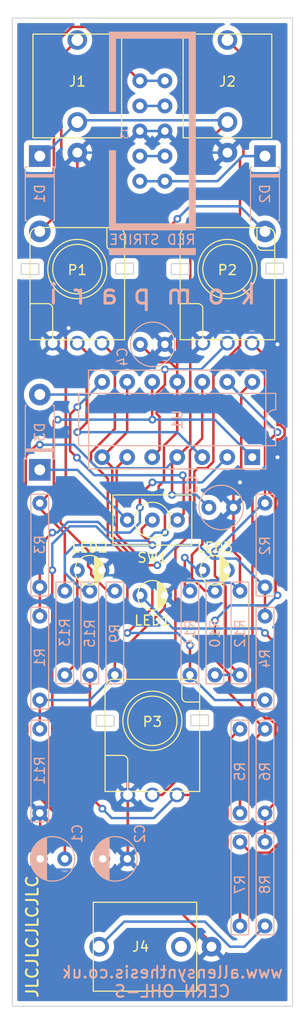
<source format=kicad_pcb>
(kicad_pcb (version 20211014) (generator pcbnew)
  (layers (0 "F.Cu" signal) (31 "B.Cu" signal) (34 "B.Paste" user) (35 "F.Paste" user) (36 "B.SilkS" user "B.Silkscreen") (37 "F.SilkS" user "F.Silkscreen") (38 "B.Mask" user) (39 "F.Mask" user) (44 "Edge.Cuts" user))
  (net 0 "")
  (net 1 "+12V")
  (net 2 "Earth")
  (net 3 "-12V")
  (net 4 "Net-(D1-Pad1)")
  (net 5 "Net-(D2-Pad2)")
  (net 6 "Net-(D3-Pad1)")
  (net 7 "Net-(D3-Pad2)")
  (net 8 "Net-(J1-Pad3)")
  (net 9 "Net-(J2-Pad3)")
  (net 10 "Net-(J3-Pad3)")
  (net 11 "Net-(J3-Pad7)")
  (net 13 "Net-(J4-Pad3)")
  (net 14 "Net-(P1-Pad2)")
  (net 15 "Net-(P2-Pad2)")
  (net 16 "Net-(P3-Pad2)")
  (net 17 "Net-(R1-Pad2)")
  (net 18 "Net-(R2-Pad2)")
  (net 19 "Net-(LED1-Pad1)")
  (net 20 "Net-(R13-Pad2)")
  (net 21 "Net-(R5-Pad2)")
  (net 22 "Net-(R6-Pad2)")
  (net 23 "Net-(R14-Pad2)")
  (net 24 "Net-(R15-Pad1)")
  (net 25 "Net-(LED2-Pad1)")
  (net 26 "Net-(LED3-Pad1)")
  (net 27 "Net-(P1-Pad3)")
  (net 28 "Net-(P2-Pad3)")
  (net 29 "Net-(P3-Pad3)")
  (footprint "Eurorack:Thonkiconn Mono Jack" (layer "F.Cu") (at 7.62 7.62 90)
    (fp_text reference "J1" (at 1.2 0 unlocked) (layer "F.SilkS"))
    (fp_text value "Thonkiconn_Mono_Jack")
    (pad "1" thru_hole circle (at -6 0 90) (size 2 2) (drill 1) (layers *.Cu *.Mask) (net 2 "Earth"))
    (pad "2" thru_hole circle (at -2.9 0 90) (size 2 2) (drill 1.2) (layers *.Cu *.Mask) (net 1 "+12V"))
    (pad "3" thru_hole circle (at 5.4 0 90) (size 2 2) (drill 1.2) (layers *.Cu *.Mask) (net 8 "Net-(J1-Pad3)"))
  )
  (footprint "Eurorack:Sub-Miniature Toggle Switch SPDT" (layer "F.Cu") (at 15.24 50.8)
    (fp_text reference "SW1" (at 0 3.81 unlocked) (layer "F.SilkS"))
    (fp_text value "SW_SPDT")
    (pad "1" thru_hole circle (at -2.54 0) (size 1.524 1.524) (drill 0.762) (layers *.Cu *.Mask) (net 7 "Net-(D3-Pad2)"))
    (pad "2" thru_hole circle (at 0 0) (size 1.524 1.524) (drill 0.762) (layers *.Cu *.Mask) (net 24 "Net-(R15-Pad1)"))
    (pad "3" thru_hole circle (at 2.54 0) (size 1.524 1.524) (drill 0.762) (layers *.Cu *.Mask) (net 6 "Net-(D3-Pad1)"))
  )
  (footprint "Eurorack:LED 3mm" (layer "F.Cu") (at 21.59 55.88)
    (fp_text reference "LED3" (at 0 -2.3 unlocked) (layer "F.SilkS"))
    (fp_text value "LED_Dual_Bidirectional")
    (pad "1" thru_hole circle (at -1.25 0) (size 1.524 1.524) (drill 0.762) (layers *.Cu *.Mask) (net 26 "Net-(LED3-Pad1)"))
    (pad "2" thru_hole circle (at 1.25 0) (size 1.524 1.524) (drill 0.762) (layers *.Cu *.Mask) (net 2 "Earth"))
  )
  (footprint "Eurorack:LED 3mm" (layer "F.Cu") (at 15.24 58.42)
    (fp_text reference "LED1" (at 0 2.54 unlocked) (layer "F.SilkS"))
    (fp_text value "LED_Dual_Bidirectional")
    (pad "1" thru_hole circle (at -1.25 0) (size 1.524 1.524) (drill 0.762) (layers *.Cu *.Mask) (net 19 "Net-(LED1-Pad1)"))
    (pad "2" thru_hole circle (at 1.25 0) (size 1.524 1.524) (drill 0.762) (layers *.Cu *.Mask) (net 2 "Earth"))
  )
  (footprint "Eurorack:Thonkiconn Mono Jack" (layer "F.Cu") (at 22.86 7.62 90)
    (fp_text reference "J2" (at 1.2 0 unlocked) (layer "F.SilkS"))
    (fp_text value "Thonkiconn_Mono_Jack")
    (pad "1" thru_hole circle (at -6 0 90) (size 2 2) (drill 1) (layers *.Cu *.Mask) (net 2 "Earth"))
    (pad "2" thru_hole circle (at -2.9 0 90) (size 2 2) (drill 1.2) (layers *.Cu *.Mask) (net 1 "+12V"))
    (pad "3" thru_hole circle (at 5.4 0 90) (size 2 2) (drill 1.2) (layers *.Cu *.Mask) (net 9 "Net-(J2-Pad3)"))
  )
  (footprint "Eurorack:Potentiometer 9mm Vertical Linear Centred" (layer "F.Cu") (at 22.86 25.4)
    (fp_text reference "P2" (at 0 0.1 unlocked) (layer "F.SilkS"))
    (fp_text value "100K")
    (fp_rect (start -5.7 0.55) (end -3.9 -0.55) (layer "Edge.Cuts") (width 0.12) (fill none))
    (fp_rect (start 3.9 0.5) (end 5.7 -0.6) (layer "Edge.Cuts") (width 0.12) (fill none))
    (pad "1" thru_hole circle (at -2.5 7.5) (size 1.5 1.5) (drill 1) (layers *.Cu *.Mask) (net 2 "Earth"))
    (pad "2" thru_hole circle (at 0 7.5) (size 1.5 1.5) (drill 1) (layers *.Cu *.Mask) (net 15 "Net-(P2-Pad2)"))
    (pad "3" thru_hole circle (at 2.5 7.5) (size 1.5 1.5) (drill 1) (layers *.Cu *.Mask) (net 28 "Net-(P2-Pad3)"))
  )
  (footprint "Eurorack:LED 3mm" (layer "F.Cu") (at 8.87 55.88)
    (fp_text reference "LED2" (at 0 -2.3 unlocked) (layer "F.SilkS"))
    (fp_text value "LED_Dual_Bidirectional")
    (pad "1" thru_hole circle (at -1.25 0) (size 1.524 1.524) (drill 0.762) (layers *.Cu *.Mask) (net 25 "Net-(LED2-Pad1)"))
    (pad "2" thru_hole circle (at 1.25 0) (size 1.524 1.524) (drill 0.762) (layers *.Cu *.Mask) (net 2 "Earth"))
  )
  (footprint "Eurorack:Thonkiconn Mono Jack" (layer "F.Cu") (at 15.24 93.98 180)
    (fp_text reference "J4" (at 1.2 0 unlocked) (layer "F.SilkS"))
    (fp_text value "Thonkiconn_Mono_Jack")
    (pad "1" thru_hole circle (at -6 0 180) (size 2 2) (drill 1) (layers *.Cu *.Mask) (net 2 "Earth"))
    (pad "2" thru_hole circle (at -2.9 0 180) (size 2 2) (drill 1.2) (layers *.Cu *.Mask))
    (pad "3" thru_hole circle (at 5.4 0 180) (size 2 2) (drill 1.2) (layers *.Cu *.Mask) (net 13 "Net-(J4-Pad3)"))
  )
  (footprint "Eurorack:Potentiometer 9mm Vertical Linear Centred" (layer "F.Cu") (at 7.62 25.4)
    (fp_text reference "P1" (at 0 0.1 unlocked) (layer "F.SilkS"))
    (fp_text value "100K")
    (fp_rect (start -5.7 0.55) (end -3.9 -0.55) (layer "Edge.Cuts") (width 0.12) (fill none))
    (fp_rect (start 3.9 0.5) (end 5.7 -0.6) (layer "Edge.Cuts") (width 0.12) (fill none))
    (pad "1" thru_hole circle (at -2.5 7.5) (size 1.5 1.5) (drill 1) (layers *.Cu *.Mask) (net 2 "Earth"))
    (pad "2" thru_hole circle (at 0 7.5) (size 1.5 1.5) (drill 1) (layers *.Cu *.Mask) (net 14 "Net-(P1-Pad2)"))
    (pad "3" thru_hole circle (at 2.5 7.5) (size 1.5 1.5) (drill 1) (layers *.Cu *.Mask) (net 27 "Net-(P1-Pad3)"))
  )
  (footprint "Eurorack:Potentiometer 9mm Vertical Linear Centred" (layer "F.Cu") (at 15.24 71.12)
    (fp_text reference "P3" (at 0 0.1 unlocked) (layer "F.SilkS"))
    (fp_text value "100K")
    (fp_rect (start -5.7 0.55) (end -3.9 -0.55) (layer "Edge.Cuts") (width 0.12) (fill none))
    (fp_rect (start 3.9 0.5) (end 5.7 -0.6) (layer "Edge.Cuts") (width 0.12) (fill none))
    (pad "1" thru_hole circle (at -2.5 7.5) (size 1.5 1.5) (drill 1) (layers *.Cu *.Mask) (net 2 "Earth"))
    (pad "2" thru_hole circle (at 0 7.5) (size 1.5 1.5) (drill 1) (layers *.Cu *.Mask) (net 16 "Net-(P3-Pad2)"))
    (pad "3" thru_hole circle (at 2.5 7.5) (size 1.5 1.5) (drill 1) (layers *.Cu *.Mask) (net 29 "Net-(P3-Pad3)"))
  )
  (footprint "Eurorack:Capacitor Small Polarised" (layer "B.Cu") (at 6.35 85.09 180)
    (fp_text reference "C1" (at -1.27 2.54 90 unlocked) (layer "B.SilkS") (effects (justify mirror)))
    (fp_text value "10u")
    (pad "1" thru_hole circle (at 0 0 180) (size 1.524 1.524) (drill 0.762) (layers *.Cu *.Mask) (net 1 "+12V"))
    (pad "2" thru_hole circle (at 2.5 0 180) (size 1.524 1.524) (drill 0.762) (layers *.Cu *.Mask) (net 2 "Earth"))
  )
  (footprint "Eurorack:Resistor 0.25W Through-Hole" (layer "B.Cu") (at 3.81 76.2 90)
    (fp_text reference "R11" (at 0.05 0 90 unlocked) (layer "B.SilkS") (effects (justify mirror)))
    (fp_text value "100K")
    (pad "1" thru_hole circle (at -4.25 0 90) (size 1.524 1.524) (drill 0.762) (layers *.Cu *.Mask) (net 2 "Earth"))
    (pad "2" thru_hole circle (at 4.25 0 90) (size 1.524 1.524) (drill 0.762) (layers *.Cu *.Mask) (net 27 "Net-(P1-Pad3)"))
  )
  (footprint "Eurorack:Resistor 0.25W Through-Hole" (layer "B.Cu") (at 21.59 62.23 -90)
    (fp_text reference "R10" (at 0.05 0 90 unlocked) (layer "B.SilkS") (effects (justify mirror)))
    (fp_text value "100K")
    (pad "1" thru_hole circle (at -4.25 0 270) (size 1.524 1.524) (drill 0.762) (layers *.Cu *.Mask) (net 9 "Net-(J2-Pad3)"))
    (pad "2" thru_hole circle (at 4.25 0 270) (size 1.524 1.524) (drill 0.762) (layers *.Cu *.Mask) (net 28 "Net-(P2-Pad3)"))
  )
  (footprint "Eurorack:Resistor 0.25W Through-Hole" (layer "B.Cu") (at 24.13 62.23 -90)
    (fp_text reference "R12" (at 0.05 0 90 unlocked) (layer "B.SilkS") (effects (justify mirror)))
    (fp_text value "100K")
    (pad "1" thru_hole circle (at -4.25 0 270) (size 1.524 1.524) (drill 0.762) (layers *.Cu *.Mask) (net 2 "Earth"))
    (pad "2" thru_hole circle (at 4.25 0 270) (size 1.524 1.524) (drill 0.762) (layers *.Cu *.Mask) (net 28 "Net-(P2-Pad3)"))
  )
  (footprint "Eurorack:Capacitor Small Non-Polarised" (layer "B.Cu") (at 16.51 33.02 180)
    (fp_text reference "C4" (at 4.318 -1.27 90 unlocked) (layer "B.SilkS") (effects (justify mirror)))
    (fp_text value "100n")
    (pad "1" thru_hole circle (at 0 0 180) (size 1.524 1.524) (drill 0.762) (layers *.Cu *.Mask) (net 2 "Earth"))
    (pad "2" thru_hole circle (at 2.5 0 180) (size 1.524 1.524) (drill 0.762) (layers *.Cu *.Mask) (net 3 "-12V"))
  )
  (footprint "Eurorack:Resistor 0.25W Through-Hole" (layer "B.Cu") (at 26.67 87.63 -90)
    (fp_text reference "R8" (at 0.05 0 90 unlocked) (layer "B.SilkS") (effects (justify mirror)))
    (fp_text value "1K")
    (pad "1" thru_hole circle (at -4.25 0 270) (size 1.524 1.524) (drill 0.762) (layers *.Cu *.Mask) (net 22 "Net-(R6-Pad2)"))
    (pad "2" thru_hole circle (at 4.25 0 270) (size 1.524 1.524) (drill 0.762) (layers *.Cu *.Mask) (net 13 "Net-(J4-Pad3)"))
  )
  (footprint "Eurorack:Capacitor Small Non-Polarised" (layer "B.Cu") (at 20.975 49.53)
    (fp_text reference "C3" (at -1.671 -2.286 90 unlocked) (layer "B.SilkS") (effects (justify mirror)))
    (fp_text value "100n")
    (pad "1" thru_hole circle (at 0 0) (size 1.524 1.524) (drill 0.762) (layers *.Cu *.Mask) (net 1 "+12V"))
    (pad "2" thru_hole circle (at 2.5 0) (size 1.524 1.524) (drill 0.762) (layers *.Cu *.Mask) (net 2 "Earth"))
  )
  (footprint "Eurorack:Resistor 0.25W Through-Hole" (layer "B.Cu") (at 26.67 76.2 -90)
    (fp_text reference "R6" (at 0.05 0 90 unlocked) (layer "B.SilkS") (effects (justify mirror)))
    (fp_text value "100K")
    (pad "1" thru_hole circle (at -4.25 0 270) (size 1.524 1.524) (drill 0.762) (layers *.Cu *.Mask) (net 21 "Net-(R5-Pad2)"))
    (pad "2" thru_hole circle (at 4.25 0 270) (size 1.524 1.524) (drill 0.762) (layers *.Cu *.Mask) (net 22 "Net-(R6-Pad2)"))
  )
  (footprint "Eurorack:Schottky Diode" (layer "B.Cu") (at 3.81 45.72 90)
    (fp_text reference "D3" (at 3.81 0 270) (layer "B.SilkS") (effects (justify mirror)))
    (fp_text value "DIODE")
    (pad "1" thru_hole oval (at 7.62 0 90) (size 2.2 2.2) (drill 1.1) (layers *.Cu *.Mask) (net 6 "Net-(D3-Pad1)"))
    (pad "2" thru_hole rect (at 0 0 90) (size 2.2 2.2) (drill 1.1) (layers *.Cu *.Mask) (net 7 "Net-(D3-Pad2)"))
  )
  (footprint "Eurorack:Resistor 0.25W Through-Hole" (layer "B.Cu") (at 3.81 53.34 90)
    (fp_text reference "R3" (at 0.05 0 90 unlocked) (layer "B.SilkS") (effects (justify mirror)))
    (fp_text value "100K")
    (pad "1" thru_hole circle (at -4.25 0 90) (size 1.524 1.524) (drill 0.762) (layers *.Cu *.Mask) (net 17 "Net-(R1-Pad2)"))
    (pad "2" thru_hole circle (at 4.25 0 90) (size 1.524 1.524) (drill 0.762) (layers *.Cu *.Mask) (net 20 "Net-(R13-Pad2)"))
  )
  (footprint "Eurorack:Resistor 0.25W Through-Hole" (layer "B.Cu") (at 26.67 64.77 -90)
    (fp_text reference "R4" (at 0.05 0 90 unlocked) (layer "B.SilkS") (effects (justify mirror)))
    (fp_text value "100K")
    (pad "1" thru_hole circle (at -4.25 0 270) (size 1.524 1.524) (drill 0.762) (layers *.Cu *.Mask) (net 18 "Net-(R2-Pad2)"))
    (pad "2" thru_hole circle (at 4.25 0 270) (size 1.524 1.524) (drill 0.762) (layers *.Cu *.Mask) (net 23 "Net-(R14-Pad2)"))
  )
  (footprint "Eurorack:Resistor 0.25W Through-Hole" (layer "B.Cu") (at 11.43 62.23 -90)
    (fp_text reference "R9" (at 0.05 0 90 unlocked) (layer "B.SilkS") (effects (justify mirror)))
    (fp_text value "100K")
    (pad "1" thru_hole circle (at -4.25 0 270) (size 1.524 1.524) (drill 0.762) (layers *.Cu *.Mask) (net 8 "Net-(J1-Pad3)"))
    (pad "2" thru_hole circle (at 4.25 0 270) (size 1.524 1.524) (drill 0.762) (layers *.Cu *.Mask) (net 27 "Net-(P1-Pad3)"))
  )
  (footprint "Eurorack:Resistor 0.25W Through-Hole" (layer "B.Cu") (at 24.13 76.2 -90)
    (fp_text reference "R5" (at 0.05 0 90 unlocked) (layer "B.SilkS") (effects (justify mirror)))
    (fp_text value "100K")
    (pad "1" thru_hole circle (at -4.25 0 270) (size 1.524 1.524) (drill 0.762) (layers *.Cu *.Mask) (net 29 "Net-(P3-Pad3)"))
    (pad "2" thru_hole circle (at 4.25 0 270) (size 1.524 1.524) (drill 0.762) (layers *.Cu *.Mask) (net 21 "Net-(R5-Pad2)"))
  )
  (footprint "Eurorack:Resistor 0.25W Through-Hole" (layer "B.Cu") (at 26.67 53.34 -90)
    (fp_text reference "R2" (at 0.05 0 90 unlocked) (layer "B.SilkS") (effects (justify mirror)))
    (fp_text value "100K")
    (pad "1" thru_hole circle (at -4.25 0 270) (size 1.524 1.524) (drill 0.762) (layers *.Cu *.Mask) (net 28 "Net-(P2-Pad3)"))
    (pad "2" thru_hole circle (at 4.25 0 270) (size 1.524 1.524) (drill 0.762) (layers *.Cu *.Mask) (net 18 "Net-(R2-Pad2)"))
  )
  (footprint "Eurorack:Resistor 0.25W Through-Hole" (layer "B.Cu") (at 19.05 62.23 -90)
    (fp_text reference "R14" (at 0.05 0 90 unlocked) (layer "B.SilkS") (effects (justify mirror)))
    (fp_text value "1K")
    (pad "1" thru_hole circle (at -4.25 0 270) (size 1.524 1.524) (drill 0.762) (layers *.Cu *.Mask) (net 26 "Net-(LED3-Pad1)"))
    (pad "2" thru_hole circle (at 4.25 0 270) (size 1.524 1.524) (drill 0.762) (layers *.Cu *.Mask) (net 23 "Net-(R14-Pad2)"))
  )
  (footprint "Eurorack:Eurorack Power Header" (layer "B.Cu") (at 15.24 11.43 -90)
    (fp_text reference "J3" (at 0.2 2.8 90 unlocked) (layer "B.SilkS") (effects (font (size 0.75 0.75) (thickness 0.1)) (justify mirror)))
    (fp_text value "Conn_02x05_Odd_Even")
    (fp_text user "RED STRIPE" (at 11 0 unlocked) (layer "B.SilkS") (effects (justify mirror)))
    (pad "1" thru_hole circle (at 5.08 1.27 270) (size 1.524 1.524) (drill 0.762) (layers *.Cu *.Mask) (net 5 "Net-(D2-Pad2)"))
    (pad "2" thru_hole circle (at 5.08 -1.27 270) (size 1.524 1.524) (drill 0.762) (layers *.Cu *.Mask) (net 5 "Net-(D2-Pad2)"))
    (pad "3" thru_hole circle (at 2.54 1.27 270) (size 1.524 1.524) (drill 0.762) (layers *.Cu *.Mask) (net 10 "Net-(J3-Pad3)"))
    (pad "4" thru_hole circle (at 2.54 -1.27 270) (size 1.524 1.524) (drill 0.762) (layers *.Cu *.Mask) (net 10 "Net-(J3-Pad3)"))
    (pad "5" thru_hole circle (at 0 1.27 270) (size 1.524 1.524) (drill 0.762) (layers *.Cu *.Mask) (net 2 "Earth"))
    (pad "6" thru_hole circle (at 0 -1.27 270) (size 1.524 1.524) (drill 0.762) (layers *.Cu *.Mask) (net 2 "Earth"))
    (pad "7" thru_hole circle (at -2.54 1.27 270) (size 1.524 1.524) (drill 0.762) (layers *.Cu *.Mask) (net 11 "Net-(J3-Pad7)"))
    (pad "8" thru_hole circle (at -2.54 -1.27 270) (size 1.524 1.524) (drill 0.762) (layers *.Cu *.Mask) (net 11 "Net-(J3-Pad7)"))
    (pad "9" thru_hole circle (at -5.08 1.27 270) (size 1.524 1.524) (drill 0.762) (layers *.Cu *.Mask) (net 4 "Net-(D1-Pad1)"))
    (pad "10" thru_hole circle (at -5.08 -1.27 270) (size 1.524 1.524) (drill 0.762) (layers *.Cu *.Mask) (net 4 "Net-(D1-Pad1)"))
  )
  (footprint "Eurorack:Resistor 0.25W Through-Hole" (layer "B.Cu") (at 3.81 64.77 90)
    (fp_text reference "R1" (at 0.05 0 90 unlocked) (layer "B.SilkS") (effects (justify mirror)))
    (fp_text value "100K")
    (pad "1" thru_hole circle (at -4.25 0 90) (size 1.524 1.524) (drill 0.762) (layers *.Cu *.Mask) (net 27 "Net-(P1-Pad3)"))
    (pad "2" thru_hole circle (at 4.25 0 90) (size 1.524 1.524) (drill 0.762) (layers *.Cu *.Mask) (net 17 "Net-(R1-Pad2)"))
  )
  (footprint "Eurorack:Schottky Diode" (layer "B.Cu") (at 3.81 13.97 -90)
    (fp_text reference "D1" (at 3.81 0 90) (layer "B.SilkS") (effects (justify mirror)))
    (fp_text value "DIODE")
    (pad "1" thru_hole oval (at 7.62 0 270) (size 2.2 2.2) (drill 1.1) (layers *.Cu *.Mask) (net 4 "Net-(D1-Pad1)"))
    (pad "2" thru_hole rect (at 0 0 270) (size 2.2 2.2) (drill 1.1) (layers *.Cu *.Mask) (net 1 "+12V"))
  )
  (footprint "Eurorack:Capacitor Small Polarised" (layer "B.Cu") (at 12.7 85.09 180)
    (fp_text reference "C2" (at -1.27 2.54 90 unlocked) (layer "B.SilkS") (effects (justify mirror)))
    (fp_text value "10u")
    (pad "1" thru_hole circle (at 0 0 180) (size 1.524 1.524) (drill 0.762) (layers *.Cu *.Mask) (net 2 "Earth"))
    (pad "2" thru_hole circle (at 2.5 0 180) (size 1.524 1.524) (drill 0.762) (layers *.Cu *.Mask) (net 3 "-12V"))
  )
  (footprint "Eurorack:Resistor 0.25W Through-Hole" (layer "B.Cu") (at 8.89 62.23 -90)
    (fp_text reference "R15" (at 0.05 0 90 unlocked) (layer "B.SilkS") (effects (justify mirror)))
    (fp_text value "1K")
    (pad "1" thru_hole circle (at -4.25 0 270) (size 1.524 1.524) (drill 0.762) (layers *.Cu *.Mask) (net 24 "Net-(R15-Pad1)"))
    (pad "2" thru_hole circle (at 4.25 0 270) (size 1.524 1.524) (drill 0.762) (layers *.Cu *.Mask) (net 29 "Net-(P3-Pad3)"))
  )
  (footprint "Eurorack:DIP-14 IC Socket" (layer "B.Cu") (at 17.78 40.64 90)
    (fp_text reference "U1" (at 0 0 270) (layer "B.SilkS") (effects (justify mirror)))
    (fp_text value "TL074")
    (pad "1" thru_hole rect (at -3.8 7.6 90) (size 1.6 1.6) (drill 0.8) (layers *.Cu *.Mask) (net 20 "Net-(R13-Pad2)"))
    (pad "2" thru_hole oval (at -3.8 5.06 90) (size 1.6 1.6) (drill 0.8) (layers *.Cu *.Mask) (net 17 "Net-(R1-Pad2)"))
    (pad "3" thru_hole oval (at -3.8 2.52 90) (size 1.6 1.6) (drill 0.8) (layers *.Cu *.Mask) (net 14 "Net-(P1-Pad2)"))
    (pad "4" thru_hole oval (at -3.8 -0.02 90) (size 1.6 1.6) (drill 0.8) (layers *.Cu *.Mask) (net 1 "+12V"))
    (pad "5" thru_hole oval (at -3.8 -2.56 90) (size 1.6 1.6) (drill 0.8) (layers *.Cu *.Mask) (net 15 "Net-(P2-Pad2)"))
    (pad "6" thru_hole oval (at -3.8 -5.1 90) (size 1.6 1.6) (drill 0.8) (layers *.Cu *.Mask) (net 18 "Net-(R2-Pad2)"))
    (pad "7" thru_hole oval (at -3.8 -7.64 90) (size 1.6 1.6) (drill 0.8) (layers *.Cu *.Mask) (net 23 "Net-(R14-Pad2)"))
    (pad "8" thru_hole oval (at 3.82 -7.64 90) (size 1.6 1.6) (drill 0.8) (layers *.Cu *.Mask) (net 6 "Net-(D3-Pad1)"))
    (pad "9" thru_hole oval (at 3.82 -5.1 90) (size 1.6 1.6) (drill 0.8) (layers *.Cu *.Mask) (net 23 "Net-(R14-Pad2)"))
    (pad "10" thru_hole oval (at 3.82 -2.56 90) (size 1.6 1.6) (drill 0.8) (layers *.Cu *.Mask) (net 20 "Net-(R13-Pad2)"))
    (pad "11" thru_hole oval (at 3.82 -0.02 90) (size 1.6 1.6) (drill 0.8) (layers *.Cu *.Mask) (net 3 "-12V"))
    (pad "12" thru_hole oval (at 3.82 2.52 90) (size 1.6 1.6) (drill 0.8) (layers *.Cu *.Mask) (net 16 "Net-(P3-Pad2)"))
    (pad "13" thru_hole oval (at 3.82 5.06 90) (size 1.6 1.6) (drill 0.8) (layers *.Cu *.Mask) (net 21 "Net-(R5-Pad2)"))
    (pad "14" thru_hole oval (at 3.82 7.6 90) (size 1.6 1.6) (drill 0.8) (layers *.Cu *.Mask) (net 22 "Net-(R6-Pad2)"))
  )
  (footprint "Eurorack:Schottky Diode" (layer "B.Cu") (at 26.67 13.97 -90)
    (fp_text reference "D2" (at 3.81 0 90) (layer "B.SilkS") (effects (justify mirror)))
    (fp_text value "DIODE")
    (pad "1" thru_hole oval (at 7.62 0 270) (size 2.2 2.2) (drill 1.1) (layers *.Cu *.Mask) (net 3 "-12V"))
    (pad "2" thru_hole rect (at 0 0 270) (size 2.2 2.2) (drill 1.1) (layers *.Cu *.Mask) (net 5 "Net-(D2-Pad2)"))
  )
  (footprint "Eurorack:Resistor 0.25W Through-Hole" (layer "B.Cu") (at 6.35 62.23 90)
    (fp_text reference "R13" (at 0.05 0 90 unlocked) (layer "B.SilkS") (effects (justify mirror)))
    (fp_text value "1K")
    (pad "1" thru_hole circle (at -4.25 0 90) (size 1.524 1.524) (drill 0.762) (layers *.Cu *.Mask) (net 25 "Net-(LED2-Pad1)"))
    (pad "2" thru_hole circle (at 4.25 0 90) (size 1.524 1.524) (drill 0.762) (layers *.Cu *.Mask) (net 20 "Net-(R13-Pad2)"))
  )
  (footprint "Eurorack:Resistor 0.25W Through-Hole" (layer "B.Cu") (at 24.13 87.63 -90)
    (fp_text reference "R7" (at 0.05 0 90 unlocked) (layer "B.SilkS") (effects (justify mirror)))
    (fp_text value "4K7")
    (pad "1" thru_hole circle (at -4.25 0 270) (size 1.524 1.524) (drill 0.762) (layers *.Cu *.Mask) (net 19 "Net-(LED1-Pad1)"))
    (pad "2" thru_hole circle (at 4.25 0 270) (size 1.524 1.524) (drill 0.762) (layers *.Cu *.Mask) (net 29 "Net-(P3-Pad3)"))
  )
  (gr_rect (start 1.016 0) (end 29.464 100) (layer "Edge.Cuts") (width 0.1) (fill none))
  (gr_text "k o m p a r i" (at 15.24 27.94) (layer "B.SilkS") (effects (font (size 2 2) (thickness 0.3)) (justify mirror)))
  (gr_text "www.allensynthesis.co.uk\nCERN OHL-S" (at 17.272 97.536) (layer "B.SilkS") (effects (font (size 1.2 1.2) (thickness 0.2)) (justify mirror)))
  (gr_text "JLCJLCJLCJLC" (at 3.048 92.964 90) (layer "F.SilkS") (effects (font (size 1.2 1.2) (thickness 0.2))))
  (segment (start 2.54 71.12) (end 2.385489 70.965489) (width 0.25) (layer "F.Cu") (net 1))
  (segment (start 2.385489 44.295489) (end 3.500978 43.18) (width 0.25) (layer "F.Cu") (net 1))
  (segment (start 17.2345 48.26) (end 17.2345 44.9655) (width 0.25) (layer "F.Cu") (net 1))
  (segment (start 19.08502 43.11498) (end 17.76 44.44) (width 0.25) (layer "F.Cu") (net 1))
  (segment (start 22.86 10.52) (end 19.08502 14.29498) (width 0.25) (layer "F.Cu") (net 1))
  (segment (start 2.385489 70.965489) (end 2.385489 44.295489) (width 0.25) (layer "F.Cu") (net 1))
  (segment (start 19.08502 14.29498) (end 19.08502 43.11498) (width 0.25) (layer "F.Cu") (net 1))
  (segment (start 2.54 77.64344) (end 2.54 71.12) (width 0.25) (layer "F.Cu") (net 1))
  (segment (start 6.35 81.45344) (end 2.54 77.64344) (width 0.25) (layer "F.Cu") (net 1))
  (segment (start 3.500978 43.18) (end 3.81 43.18) (width 0.25) (layer "F.Cu") (net 1))
  (segment (start 17.2345 44.9655) (end 17.76 44.44) (width 0.25) (layer "F.Cu") (net 1))
  (segment (start 6.35 85.09) (end 6.35 81.45344) (width 0.25) (layer "F.Cu") (net 1))
  (via (at 3.81 43.18) (size 0.8) (drill 0.4) (layers "F.Cu" "B.Cu") (net 1))
  (via (at 17.2345 48.26) (size 0.8) (drill 0.4) (layers "F.Cu" "B.Cu") (net 1))
  (segment (start 7.796511 10.343489) (end 7.62 10.52) (width 0.25) (layer "B.Cu") (net 1))
  (segment (start 7.2897 43.18) (end 9.674211 45.564511) (width 0.25) (layer "B.Cu") (net 1))
  (segment (start 16.635489 45.564511) (end 17.76 44.44) (width 0.25) (layer "B.Cu") (net 1))
  (segment (start 22.86 10.52) (end 22.683489 10.343489) (width 0.25) (layer "B.Cu") (net 1))
  (segment (start 4.17 13.97) (end 7.62 10.52) (width 0.25) (layer "B.Cu") (net 1))
  (segment (start 3.81 43.18) (end 7.2897 43.18) (width 0.25) (layer "B.Cu") (net 1))
  (segment (start 20.975 49.53) (end 19.705 48.26) (width 0.25) (layer "B.Cu") (net 1))
  (segment (start 22.683489 10.343489) (end 7.796511 10.343489) (width 0.25) (layer "B.Cu") (net 1))
  (segment (start 3.81 13.97) (end 4.17 13.97) (width 0.25) (layer "B.Cu") (net 1))
  (segment (start 9.674211 45.564511) (end 16.635489 45.564511) (width 0.25) (layer "B.Cu") (net 1))
  (segment (start 19.705 48.26) (end 17.2345 48.26) (width 0.25) (layer "B.Cu") (net 1))
  (segment (start 27.94 41.185489) (end 27.94 33.02) (width 0.25) (layer "F.Cu") (net 2))
  (segment (start 7.62 13.62) (end 7.62 30.485849) (width 0.25) (layer "F.Cu") (net 2))
  (segment (start 28.664511 41.609897) (end 28.240103 41.185489) (width 0.25) (layer "F.Cu") (net 2))
  (segment (start 21.24 93.98) (end 21.24 93.63) (width 0.25) (layer "F.Cu") (net 2))
  (segment (start 16.49 59.71) (end 16.49 58.42) (width 0.25) (layer "F.Cu") (net 2))
  (segment (start 7.62 30.485849) (end 6.738224 31.367625) (width 0.25) (layer "F.Cu") (net 2))
  (segment (start 24.13 54.63) (end 24.13 57.98) (width 0.25) (layer "F.Cu") (net 2))
  (segment (start 12.74 63.46) (end 16.49 59.71) (width 0.25) (layer "F.Cu") (net 2))
  (segment (start 27.94 42.634511) (end 28.240103 42.634511) (width 0.25) (layer "F.Cu") (net 2))
  (segment (start 23.475 49.53) (end 23.475 47.645) (width 0.25) (layer "F.Cu") (net 2))
  (segment (start 27.94 44.45) (end 27.94 42.634511) (width 0.25) (layer "F.Cu") (net 2))
  (segment (start 12.74 85.05) (end 12.74 63.46) (width 0.25) (layer "F.Cu") (net 2))
  (segment (start 28.240103 42.634511) (end 28.664511 42.210103) (width 0.25) (layer "F.Cu") (net 2))
  (segment (start 28.664511 42.210103) (end 28.664511 41.609897) (width 0.25) (layer "F.Cu") (net 2))
  (segment (start 21.24 93.63) (end 12.7 85.09) (width 0.25) (layer "F.Cu") (net 2))
  (segment (start 3.85 80.49) (end 3.81 80.45) (width 0.25) (layer "F.Cu") (net 2))
  (segment (start 23.475 47.645) (end 24.13 46.99) (width 0.25) (layer "F.Cu") (net 2))
  (segment (start 28.240103 41.185489) (end 27.94 41.185489) (width 0.25) (layer "F.Cu") (net 2))
  (segment (start 23.475 49.53) (end 23.475 53.975) (width 0.25) (layer "F.Cu") (net 2))
  (segment (start 3.85 85.09) (end 3.85 80.49) (width 0.25) (layer "F.Cu") (net 2))
  (segment (start 23.475 53.975) (end 24.13 54.63) (width 0.25) (layer "F.Cu") (net 2))
  (segment (start 12.7 85.09) (end 12.74 85.05) (width 0.25) (layer "F.Cu") (net 2))
  (via (at 6.738224 31.367625) (size 0.8) (drill 0.4) (layers "F.Cu" "B.Cu") (net 2))
  (via (at 24.13 46.99) (size 0.8) (drill 0.4) (layers "F.Cu" "B.Cu") (net 2))
  (via (at 27.94 33.02) (size 0.8) (drill 0.4) (layers "F.Cu" "B.Cu") (net 2))
  (via (at 27.94 44.45) (size 0.8) (drill 0.4) (layers "F.Cu" "B.Cu") (net 2))
  (segment (start 19.573071 56.966511) (end 21.066929 56.966511) (width 0.25) (layer "B.Cu") (net 2))
  (segment (start 14.857625 31.367625) (end 18.827625 31.367625) (width 0.25) (layer "B.Cu") (net 2))
  (segment (start 21.139951 56.893489) (end 22.040049 56.893489) (width 0.25) (layer "B.Cu") (net 2))
  (segment (start 27.94 33.02) (end 26.745489 31.825489) (width 0.25) (layer "B.Cu") (net 2))
  (segment (start 11.78 13.62) (end 13.97 11.43) (width 0.25) (layer "B.Cu") (net 2))
  (segment (start 22.29656 57.15) (end 23.3 57.15) (width 0.25) (layer "B.Cu") (net 2))
  (segment (start 6.738224 31.367625) (end 14.857625 31.367625) (width 0.25) (layer "B.Cu") (net 2))
  (segment (start 25.079022 46.99) (end 27.619022 44.45) (width 0.25) (layer "B.Cu") (net 2))
  (segment (start 23.3 57.15) (end 24.13 57.98) (width 0.25) (layer "B.Cu") (net 2))
  (segment (start 18.036511 56.893489) (end 18.793489 56.893489) (width 0.25) (layer "B.Cu") (net 2))
  (segment (start 22.84 55.88) (end 22.040049 56.679951) (width 0.25) (layer "B.Cu") (net 2))
  (segment (start 19.500049 56.893489) (end 19.573071 56.966511) (width 0.25) (layer "B.Cu") (net 2))
  (segment (start 17.018001 56.388001) (end 17.78 57.15) (width 0.25) (layer "B.Cu") (net 2))
  (segment (start 4.936511 86.176511) (end 11.613489 86.176511) (width 0.25) (layer "B.Cu") (net 2))
  (segment (start 22.040049 56.893489) (end 22.29656 57.15) (width 0.25) (layer "B.Cu") (net 2))
  (segment (start 22.040049 56.679951) (end 22.040049 56.893489) (width 0.25) (layer "B.Cu") (net 2))
  (segment (start 10.628001 56.388001) (end 17.018001 56.388001) (width 0.25) (layer "B.Cu") (net 2))
  (segment (start 13.97 11.43) (end 16.51 11.43) (width 0.25) (layer "B.Cu") (net 2))
  (segment (start 16.49 58.42) (end 18.016511 56.893489) (width 0.25) (layer "B.Cu") (net 2))
  (segment (start 24.13 46.99) (end 25.079022 46.99) (width 0.25) (layer "B.Cu") (net 2))
  (segment (start 21.066929 56.966511) (end 21.139951 56.893489) (width 0.25) (layer "B.Cu") (net 2))
  (segment (start 6.652375 31.367625) (end 5.12 32.9) (width 0.25) (layer "B.Cu") (net 2))
  (segment (start 6.738224 31.367625) (end 6.652375 31.367625) (width 0.25) (layer "B.Cu") (net 2))
  (segment (start 18.016511 56.893489) (end 18.793489 56.893489) (width 0.25) (layer "B.Cu") (net 2))
  (segment (start 18.793489 56.893489) (end 19.500049 56.893489) (width 0.25) (layer "B.Cu") (net 2))
  (segment (start 16.51 33.02) (end 14.857625 31.367625) (width 0.25) (layer "B.Cu") (net 2))
  (segment (start 21.434511 31.825489) (end 20.36 32.9) (width 0.25) (layer "B.Cu") (net 2))
  (segment (start 10.12 55.88) (end 10.628001 56.388001) (width 0.25) (layer "B.Cu") (net 2))
  (segment (start 18.7 13.62) (end 16.51 11.43) (width 0.25) (layer "B.Cu") (net 2))
  (segment (start 27.619022 44.45) (end 27.94 44.45) (width 0.25) (layer "B.Cu") (net 2))
  (segment (start 26.745489 31.825489) (end 21.434511 31.825489) (width 0.25) (layer "B.Cu") (net 2))
  (segment (start 11.613489 86.176511) (end 12.7 85.09) (width 0.25) (layer "B.Cu") (net 2))
  (segment (start 7.62 13.62) (end 11.78 13.62) (width 0.25) (layer "B.Cu") (net 2))
  (segment (start 3.85 85.09) (end 4.936511 86.176511) (width 0.25) (layer "B.Cu") (net 2))
  (segment (start 18.827625 31.367625) (end 20.36 32.9) (width 0.25) (layer "B.Cu") (net 2))
  (segment (start 22.86 13.62) (end 18.7 13.62) (width 0.25) (layer "B.Cu") (net 2))
  (segment (start 17.78 57.15) (end 18.036511 56.893489) (width 0.25) (layer "B.Cu") (net 2))
  (segment (start 10.2 84.667722) (end 10.2 85.09) (width 0.25) (layer "F.Cu") (net 3))
  (segment (start 17.76 29.19) (end 16.51 27.94) (width 0.25) (layer "F.Cu") (net 3))
  (segment (start 16.414031 46.840583) (end 16.414031 43.275969) (width 0.25) (layer "F.Cu") (net 3))
  (segment (start 16.51 21.59) (end 17.78 20.32) (width 0.25) (layer "F.Cu") (net 3))
  (segment (start 16.51 49.26344) (end 15.875 48.62844) (width 0.25) (layer "F.Cu") (net 3))
  (segment (start 5.08 79.547722) (end 10.2 84.667722) (width 0.25) (layer "F.Cu") (net 3))
  (segment (start 17.055489 34.835489) (end 17.78 35.56) (width 0.25) (layer "F.Cu") (net 3))
  (segment (start 16.51 52.07) (end 16.51 49.26344) (width 0.25) (layer "F.Cu") (net 3))
  (segment (start 16.414031 43.275969) (end 17.76 41.93) (width 0.25) (layer "F.Cu") (net 3))
  (segment (start 5.08 55.88) (end 5.08 79.547722) (width 0.25) (layer "F.Cu") (net 3))
  (segment (start 16.51 27.94) (end 16.51 21.59) (width 0.25) (layer "F.Cu") (net 3))
  (segment (start 17.76 41.93) (end 17.76 36.82) (width 0.25) (layer "F.Cu") (net 3))
  (segment (start 15.875 48.62844) (end 15.875 47.379614) (width 0.25) (layer "F.Cu") (net 3))
  (segment (start 15.825489 34.835489) (end 17.055489 34.835489) (width 0.25) (layer "F.Cu") (net 3))
  (segment (start 17.76 36.82) (end 17.76 29.19) (width 0.25) (layer "F.Cu") (net 3))
  (segment (start 14.01 33.02) (end 15.825489 34.835489) (width 0.25) (layer "F.Cu") (net 3))
  (segment (start 15.875 47.379614) (end 16.414031 46.840583) (width 0.25) (layer "F.Cu") (net 3))
  (via (at 5.08 55.88) (size 0.8) (drill 0.4) (layers "F.Cu" "B.Cu") (net 3))
  (via (at 17.78 20.32) (size 0.8) (drill 0.4) (layers "F.Cu" "B.Cu") (net 3))
  (via (at 16.51 52.07) (size 0.8) (drill 0.4) (layers "F.Cu" "B.Cu") (net 3))
  (segment (start 19.05 19.05) (end 24.13 19.05) (width 0.25) (layer "B.Cu") (net 3))
  (segment (start 17.78 20.32) (end 19.05 19.05) (width 0.25) (layer "B.Cu") (net 3))
  (segment (start 14.664906 52.89048) (end 10.98048 52.89048) (width 0.25) (layer "B.Cu") (net 3))
  (segment (start 24.13 19.05) (end 26.67 21.59) (width 0.25) (layer "B.Cu") (net 3))
  (segment (start 16.51 52.07) (end 15.485386 52.07) (width 0.25) (layer "B.Cu") (net 3))
  (segment (start 15.485386 52.07) (end 14.664906 52.89048) (width 0.25) (layer "B.Cu") (net 3))
  (segment (start 5.08 53.20672) (end 5.08 55.88) (width 0.25) (layer "B.Cu") (net 3))
  (segment (start 6.85172 51.435) (end 5.08 53.20672) (width 0.25) (layer "B.Cu") (net 3))
  (segment (start 9.525 51.435) (end 6.85172 51.435) (width 0.25) (layer "B.Cu") (net 3))
  (segment (start 10.98048 52.89048) (end 9.525 51.435) (width 0.25) (layer "B.Cu") (net 3))
  (segment (start 8.515489 0.895489) (end 13.97 6.35) (width 0.25) (layer "F.Cu") (net 4))
  (segment (start 7.071368 0.895489) (end 8.515489 0.895489) (width 0.25) (layer "F.Cu") (net 4))
  (segment (start 5.234511 2.732346) (end 7.071368 0.895489) (width 0.25) (layer "F.Cu") (net 4))
  (segment (start 5.234511 20.165489) (end 5.234511 2.732346) (width 0.25) (layer "F.Cu") (net 4))
  (segment (start 3.81 21.59) (end 5.234511 20.165489) (width 0.25) (layer "F.Cu") (net 4))
  (segment (start 13.97 6.35) (end 16.51 6.35) (width 0.25) (layer "B.Cu") (net 4))
  (segment (start 16.51 16.51) (end 21.843143 16.51) (width 0.25) (layer "B.Cu") (net 5))
  (segment (start 24.383143 13.97) (end 26.67 13.97) (width 0.25) (layer "B.Cu") (net 5))
  (segment (start 21.843143 16.51) (end 24.383143 13.97) (width 0.25) (layer "B.Cu") (net 5))
  (segment (start 13.97 16.51) (end 16.51 16.51) (width 0.25) (layer "B.Cu") (net 5))
  (segment (start 7.577551 44.492449) (end 6.895489 43.810387) (width 0.25) (layer "F.Cu") (net 6))
  (segment (start 18.3255 46.2655) (end 18.415 46.355) (width 0.25) (layer "F.Cu") (net 6))
  (segment (start 6.895489 40.094511) (end 7.62 39.37) (width 0.25) (layer "F.Cu") (net 6))
  (segment (start 18.415 50.165) (end 17.78 50.8) (width 0.25) (layer "F.Cu") (net 6))
  (segment (start 6.895489 43.810387) (end 6.895489 40.094511) (width 0.25) (layer "F.Cu") (net 6))
  (segment (start 18.415 46.355) (end 18.415 50.165) (width 0.25) (layer "F.Cu") (net 6))
  (via (at 7.577551 44.492449) (size 0.8) (drill 0.4) (layers "F.Cu" "B.Cu") (net 6))
  (via (at 18.3255 46.2655) (size 0.8) (drill 0.4) (layers "F.Cu" "B.Cu") (net 6))
  (via (at 7.62 39.37) (size 0.8) (drill 0.4) (layers "F.Cu" "B.Cu") (net 6))
  (segment (start 18.3255 46.2655) (end 18.325489 46.265489) (width 0.25) (layer "B.Cu") (net 6))
  (segment (start 3.81 38.1) (end 8.86 38.1) (width 0.25) (layer "B.Cu") (net 6))
  (segment (start 9.350591 46.265489) (end 7.577551 44.492449) (width 0.25) (layer "B.Cu") (net 6))
  (segment (start 7.62 39.37) (end 7.62 39.34) (width 0.25) (layer "B.Cu") (net 6))
  (segment (start 18.325489 46.265489) (end 9.350591 46.265489) (width 0.25) (layer "B.Cu") (net 6))
  (segment (start 7.62 39.34) (end 8.86 38.1) (width 0.25) (layer "B.Cu") (net 6))
  (segment (start 8.86 38.1) (end 10.14 36.82) (width 0.25) (layer "B.Cu") (net 6))
  (segment (start 7.62 45.72) (end 12.7 50.8) (width 0.25) (layer "B.Cu") (net 7))
  (segment (start 3.81 45.72) (end 7.62 45.72) (width 0.25) (layer "B.Cu") (net 7))
  (segment (start 6.445969 47.529031) (end 5.918489 48.056511) (width 0.25) (layer "F.Cu") (net 8))
  (segment (start 5.918489 48.056511) (end 5.918489 51.100271) (width 0.25) (layer "F.Cu") (net 8))
  (segment (start 5.99498 3.84502) (end 5.99498 31.64898) (width 0.25) (layer "F.Cu") (net 8))
  (segment (start 10.68344 57.98) (end 11.43 57.98) (width 0.25) (layer "F.Cu") (net 8))
  (segment (start 8.706511 55.476511) (end 9.033489 55.803489) (width 0.25) (layer "F.Cu") (net 8))
  (segment (start 9.033489 55.803489) (end 9.033489 56.330049) (width 0.25) (layer "F.Cu") (net 8))
  (segment (start 5.99498 31.64898) (end 6.445969 32.099969) (width 0.25) (layer "F.Cu") (net 8))
  (segment (start 9.033489 56.330049) (end 10.68344 57.98) (width 0.25) (layer "F.Cu") (net 8))
  (segment (start 7.62 2.22) (end 5.99498 3.84502) (width 0.25) (layer "F.Cu") (net 8))
  (segment (start 6.445969 32.099969) (end 6.445969 47.529031) (width 0.25) (layer "F.Cu") (net 8))
  (segment (start 5.918489 51.100271) (end 8.706511 53.888293) (width 0.25) (layer "F.Cu") (net 8))
  (segment (start 8.706511 53.888293) (end 8.706511 55.476511) (width 0.25) (layer "F.Cu") (net 8))
  (segment (start 20.58656 57.98) (end 21.59 57.98) (width 0.25) (layer "F.Cu") (net 9))
  (segment (start 20.32 53.243397) (end 19.2535 54.309897) (width 0.25) (layer "F.Cu") (net 9))
  (segment (start 19.834211 45.564511) (end 19.49952 45.899202) (width 0.25) (layer "F.Cu") (net 9))
  (segment (start 20.32 51.806678) (end 20.32 53.243397) (width 0.25) (layer "F.Cu") (net 9))
  (segment (start 19.49952 50.986198) (end 20.32 51.806678) (width 0.25) (layer "F.Cu") (net 9))
  (segment (start 24.48502 13.868123) (end 24.13 14.223143) (width 0.25) (layer "F.Cu") (net 9))
  (segment (start 21.434511 44.895789) (end 20.765789 45.564511) (width 0.25) (layer "F.Cu") (net 9))
  (segment (start 20.765789 45.564511) (end 19.834211 45.564511) (width 0.25) (layer "F.Cu") (net 9))
  (segment (start 24.48502 3.84502) (end 24.48502 13.868123) (width 0.25) (layer "F.Cu") (net 9))
  (segment (start 24.13 33.149589) (end 21.434511 35.845078) (width 0.25) (layer "F.Cu") (net 9))
  (segment (start 19.2535 54.309897) (end 19.2535 56.64694) (width 0.25) (layer "F.Cu") (net 9))
  (segment (start 21.434511 35.845078) (end 21.434511 44.895789) (width 0.25) (layer "F.Cu") (net 9))
  (segment (start 19.2535 56.64694) (end 20.58656 57.98) (width 0.25) (layer "F.Cu") (net 9))
  (segment (start 22.86 2.22) (end 24.48502 3.84502) (width 0.25) (layer "F.Cu") (net 9))
  (segment (start 19.49952 45.899202) (end 19.49952 50.986198) (width 0.25) (layer "F.Cu") (net 9))
  (segment (start 24.13 14.223143) (end 24.13 33.149589) (width 0.25) (layer "F.Cu") (net 9))
  (segment (start 16.51 13.97) (end 13.97 13.97) (width 0.25) (layer "B.Cu") (net 10))
  (segment (start 16.51 8.89) (end 13.97 8.89) (width 0.25) (layer "B.Cu") (net 11))
  (segment (start 23.113143 93.98) (end 24.57 93.98) (width 0.25) (layer "B.Cu") (net 13))
  (segment (start 24.57 93.98) (end 26.67 91.88) (width 0.25) (layer "B.Cu") (net 13))
  (segment (start 12.38 91.44) (end 20.573143 91.44) (width 0.25) (layer "B.Cu") (net 13))
  (segment (start 20.573143 91.44) (end 23.113143 93.98) (width 0.25) (layer "B.Cu") (net 13))
  (segment (start 9.84 93.98) (end 12.38 91.44) (width 0.25) (layer "B.Cu") (net 13))
  (segment (start 7.62 41.91) (end 8.565969 40.964031) (width 0.25) (layer "F.Cu") (net 14))
  (segment (start 8.565969 40.964031) (end 8.565969 33.845969) (width 0.25) (layer "F.Cu") (net 14))
  (segment (start 8.565969 33.845969) (end 7.62 32.9) (width 0.25) (layer "F.Cu") (net 14))
  (via (at 7.62 41.91) (size 0.8) (drill 0.4) (layers "F.Cu" "B.Cu") (net 14))
  (segment (start 7.62 41.91) (end 17.77 41.91) (width 0.25) (layer "B.Cu") (net 14))
  (segment (start 17.77 41.91) (end 20.3 44.44) (width 0.25) (layer "B.Cu") (net 14))
  (segment (start 15.964511 43.695489) (end 15.964511 40.339897) (width 0.25) (layer "F.Cu") (net 15))
  (segment (start 16.51 37.1203) (end 16.51 35.56) (width 0.25) (layer "F.Cu") (net 15))
  (segment (start 15.964511 40.339897) (end 15.66952 40.044906) (width 0.25) (layer "F.Cu") (net 15))
  (segment (start 15.66952 37.96078) (end 16.51 37.1203) (width 0.25) (layer "F.Cu") (net 15))
  (segment (start 15.66952 40.044906) (end 15.66952 37.96078) (width 0.25) (layer "F.Cu") (net 15))
  (segment (start 15.22 44.44) (end 15.964511 43.695489) (width 0.25) (layer "F.Cu") (net 15))
  (via (at 16.51 35.56) (size 0.8) (drill 0.4) (layers "F.Cu" "B.Cu") (net 15))
  (segment (start 16.51 35.56) (end 20.2 35.56) (width 0.25) (layer "B.Cu") (net 15))
  (segment (start 20.2 35.56) (end 22.86 32.9) (width 0.25) (layer "B.Cu") (net 15))
  (segment (start 15.24 78.62) (end 16.220411 78.62) (width 0.25) (layer "F.Cu") (net 16))
  (segment (start 17.576511 53.746978) (end 19.05 52.273489) (width 0.25) (layer "F.Cu") (net 16))
  (segment (start 19.05 52.273489) (end 19.05 43.785718) (width 0.25) (layer "F.Cu") (net 16))
  (segment (start 17.576511 77.2639) (end 17.576511 53.746978) (width 0.25) (layer "F.Cu") (net 16))
  (segment (start 16.220411 78.62) (end 17.576511 77.2639) (width 0.25) (layer "F.Cu") (net 16))
  (segment (start 20.3 42.535718) (end 20.3 36.82) (width 0.25) (layer "F.Cu") (net 16))
  (segment (start 19.05 43.785718) (end 20.3 42.535718) (width 0.25) (layer "F.Cu") (net 16))
  (segment (start 13.97 49.53) (end 13.97 48.26) (width 0.25) (layer "F.Cu") (net 17))
  (segment (start 13.97 48.26) (end 15.24 46.99) (width 0.25) (layer "F.Cu") (net 17))
  (segment (start 3.81 57.59) (end 3.81 60.52) (width 0.25) (layer "F.Cu") (net 17))
  (segment (start 3.81 53.34) (end 5.08 52.07) (width 0.25) (layer "F.Cu") (net 17))
  (segment (start 3.81 57.59) (end 3.81 53.34) (width 0.25) (layer "F.Cu") (net 17))
  (via (at 13.97 49.53) (size 0.8) (drill 0.4) (layers "F.Cu" "B.Cu") (net 17))
  (via (at 15.24 46.99) (size 0.8) (drill 0.4) (layers "F.Cu" "B.Cu") (net 17))
  (via (at 5.08 52.07) (size 0.8) (drill 0.4) (layers "F.Cu" "B.Cu") (net 17))
  (segment (start 9.711198 50.98548) (end 6.665523 50.98548) (width 0.25) (layer "B.Cu") (net 17))
  (segment (start 12.96656 52.07) (end 10.795718 52.07) (width 0.25) (layer "B.Cu") (net 17))
  (segment (start 10.795718 52.07) (end 9.711198 50.98548) (width 0.25) (layer "B.Cu") (net 17))
  (segment (start 20.29 46.99) (end 22.84 44.44) (width 0.25) (layer "B.Cu") (net 17))
  (segment (start 5.581002 52.07) (end 5.08 52.07) (width 0.25) (layer "B.Cu") (net 17))
  (segment (start 13.97 49.53) (end 13.97 51.06656) (width 0.25) (layer "B.Cu") (net 17))
  (segment (start 13.97 51.06656) (end 12.96656 52.07) (width 0.25) (layer "B.Cu") (net 17))
  (segment (start 6.665523 50.98548) (end 5.581002 52.07) (width 0.25) (layer "B.Cu") (net 17))
  (segment (start 15.24 46.99) (end 20.29 46.99) (width 0.25) (layer "B.Cu") (net 17))
  (segment (start 11.613489 45.506511) (end 11.613489 52.252053) (width 0.25) (layer "F.Cu") (net 18))
  (segment (start 14.739137 55.377701) (end 15.742299 55.377701) (width 0.25) (layer "F.Cu") (net 18))
  (segment (start 26.67 57.59) (end 26.67 60.52) (width 0.25) (layer "F.Cu") (net 18))
  (segment (start 11.613489 52.252053) (end 14.739137 55.377701) (width 0.25) (layer "F.Cu") (net 18))
  (segment (start 12.68 44.44) (end 11.613489 45.506511) (width 0.25) (layer "F.Cu") (net 18))
  (via (at 15.742299 55.377701) (size 0.8) (drill 0.4) (layers "F.Cu" "B.Cu") (net 18))
  (segment (start 21.289897 54.699511) (end 23.779511 54.699511) (width 0.25) (layer "B.Cu") (net 18))
  (segment (start 23.779511 54.699511) (end 26.67 57.59) (width 0.25) (layer "B.Cu") (net 18))
  (segment (start 19.930386 53.34) (end 21.289897 54.699511) (width 0.25) (layer "B.Cu") (net 18))
  (segment (start 15.742299 55.377701) (end 17.78 53.34) (width 0.25) (layer "B.Cu") (net 18))
  (segment (start 17.78 53.34) (end 19.930386 53.34) (width 0.25) (layer "B.Cu") (net 18))
  (segment (start 28.206031 63.766031) (end 26.67 62.23) (width 0.25) (layer "F.Cu") (net 19))
  (segment (start 28.206031 74.93) (end 28.206031 63.766031) (width 0.25) (layer "F.Cu") (net 19))
  (segment (start 25.216511 84.466511) (end 27.120049 84.466511) (width 0.25) (layer "F.Cu") (net 19))
  (segment (start 24.13 83.38) (end 25.216511 84.466511) (width 0.25) (layer "F.Cu") (net 19))
  (segment (start 28.206031 83.380529) (end 28.206031 74.93) (width 0.25) (layer "F.Cu") (net 19))
  (segment (start 27.120049 84.466511) (end 28.206031 83.380529) (width 0.25) (layer "F.Cu") (net 19))
  (via (at 26.67 62.23) (size 0.8) (drill 0.4) (layers "F.Cu" "B.Cu") (net 19))
  (segment (start 26.67 62.23) (end 26.22048 61.78048) (width 0.25) (layer "B.Cu") (net 19))
  (segment (start 26.22048 61.78048) (end 17.35048 61.78048) (width 0.25) (layer "B.Cu") (net 19))
  (segment (start 17.35048 61.78048) (end 13.99 58.42) (width 0.25) (layer "B.Cu") (net 19))
  (segment (start 15.24 40.64) (end 15.22 40.62) (width 0.25) (layer "F.Cu") (net 20))
  (segment (start 5.234511 40.794511) (end 5.389022 40.64) (width 0.25) (layer "F.Cu") (net 20))
  (segment (start 6.35 52.1675) (end 3.81 49.6275) (width 0.25) (layer "F.Cu") (net 20))
  (segment (start 3.81 49.09) (end 5.234511 47.665489) (width 0.25) (layer "F.Cu") (net 20))
  (segment (start 3.81 49.6275) (end 3.81 49.09) (width 0.25) (layer "F.Cu") (net 20))
  (segment (start 6.35 57.98) (end 6.35 52.1675) (width 0.25) (layer "F.Cu") (net 20))
  (segment (start 5.234511 47.665489) (end 5.234511 40.794511) (width 0.25) (layer "F.Cu") (net 20))
  (segment (start 15.22 40.62) (end 15.22 36.82) (width 0.25) (layer "F.Cu") (net 20))
  (segment (start 5.389022 40.64) (end 5.6255 40.64) (width 0.25) (layer "F.Cu") (net 20))
  (via (at 5.6255 40.64) (size 0.8) (drill 0.4) (layers "F.Cu" "B.Cu") (net 20))
  (via (at 15.24 40.64) (size 0.8) (drill 0.4) (layers "F.Cu" "B.Cu") (net 20))
  (segment (start 15.24 40.64) (end 21.58 40.64) (width 0.25) (layer "B.Cu") (net 20))
  (segment (start 15.24 40.64) (end 5.6255 40.64) (width 0.25) (layer "B.Cu") (net 20))
  (segment (start 21.58 40.64) (end 25.38 44.44) (width 0.25) (layer "B.Cu") (net 20))
  (segment (start 27.11952 42.73048) (end 27.94 41.91) (width 0.25) (layer "F.Cu") (net 21))
  (segment (start 27.756511 48.639951) (end 27.11952 48.00296) (width 0.25) (layer "F.Cu") (net 21))
  (segment (start 23.043489 68.323489) (end 23.043489 66.396929) (width 0.25) (layer "F.Cu") (net 21))
  (segment (start 27.65828 58.13828) (end 27.756511 58.040049) (width 0.25) (layer "F.Cu") (net 21))
  (segment (start 21.59 64.94344) (end 21.59 60.96) (width 0.25) (layer "F.Cu") (net 21))
  (segment (start 27.11952 48.00296) (end 27.11952 42.73048) (width 0.25) (layer "F.Cu") (net 21))
  (segment (start 24.13 74.49) (end 26.67 71.95) (width 0.25) (layer "F.Cu") (net 21))
  (segment (start 23.043489 66.396929) (end 21.59 64.94344) (width 0.25) (layer "F.Cu") (net 21))
  (segment (start 24.13 80.45) (end 24.13 74.49) (width 0.25) (layer "F.Cu") (net 21))
  (segment (start 27.94 58.42) (end 27.65828 58.13828) (width 0.25) (layer "F.Cu") (net 21))
  (segment (start 27.756511 58.040049) (end 27.756511 48.639951) (width 0.25) (layer "F.Cu") (net 21))
  (segment (start 26.67 71.95) (end 23.043489 68.323489) (width 0.25) (layer "F.Cu") (net 21))
  (via (at 27.94 41.91) (size 0.8) (drill 0.4) (layers "F.Cu" "B.Cu") (net 21))
  (via (at 21.59 60.96) (size 0.8) (drill 0.4) (layers "F.Cu" "B.Cu") (net 21))
  (via (at 27.94 58.42) (size 0.8) (drill 0.4) (layers "F.Cu" "B.Cu") (net 21))
  (segment (start 21.59 60.96) (end 23.116511 59.433489) (width 0.25) (layer "B.Cu") (net 21))
  (segment (start 26.926511 59.433489) (end 27.94 58.42) (width 0.25) (layer "B.Cu") (net 21))
  (segment (start 23.116511 59.433489) (end 26.926511 59.433489) (width 0.25) (layer "B.Cu") (net 21))
  (segment (start 27.93 41.91) (end 22.84 36.82) (width 0.25) (layer "B.Cu") (net 21))
  (segment (start 27.94 41.91) (end 27.93 41.91) (width 0.25) (layer "B.Cu") (net 21))
  (segment (start 25.4 46.709022) (end 25.4 69.593489) (width 0.25) (layer "F.Cu") (net 22))
  (segment (start 27.120049 70.863489) (end 27.756511 71.499951) (width 0.25) (layer "F.Cu") (net 22))
  (segment (start 27.756511 71.499951) (end 27.756511 79.363489) (width 0.25) (layer "F.Cu") (net 22))
  (segment (start 26.67 70.863489) (end 27.120049 70.863489) (width 0.25) (layer "F.Cu") (net 22))
  (segment (start 27.756511 79.363489) (end 26.67 80.45) (width 0.25) (layer "F.Cu") (net 22))
  (segment (start 24.255489 45.564511) (end 25.4 46.709022) (width 0.25) (layer "F.Cu") (net 22))
  (segment (start 24.255489 37.944511) (end 24.255489 45.564511) (width 0.25) (layer "F.Cu") (net 22))
  (segment (start 26.67 83.38) (end 26.67 80.45) (width 0.25) (layer "F.Cu") (net 22))
  (segment (start 25.38 36.82) (end 24.255489 37.944511) (width 0.25) (layer "F.Cu") (net 22))
  (segment (start 25.4 69.593489) (end 26.67 70.863489) (width 0.25) (layer "F.Cu") (net 22))
  (segment (start 15.24 56.514282) (end 15.24 59.69) (width 0.25) (layer "F.Cu") (net 23))
  (segment (start 15.24 59.69) (end 12.7 62.23) (width 0.25) (layer "F.Cu") (net 23))
  (segment (start 12.68 41.9) (end 10.14 44.44) (width 0.25) (layer "F.Cu") (net 23))
  (segment (start 10.14 44.44) (end 11.163969 45.463969) (width 0.25) (layer "F.Cu") (net 23))
  (segment (start 11.163969 52.438251) (end 15.24 56.514282) (width 0.25) (layer "F.Cu") (net 23))
  (segment (start 11.163969 45.463969) (end 11.163969 52.438251) (width 0.25) (layer "F.Cu") (net 23))
  (segment (start 19.05 63.5) (end 19.05 66.48) (width 0.25) (layer "F.Cu") (net 23))
  (segment (start 12.68 36.82) (end 12.68 41.9) (width 0.25) (layer "F.Cu") (net 23))
  (via (at 12.7 62.23) (size 0.8) (drill 0.4) (layers "F.Cu" "B.Cu") (net 23))
  (via (at 19.05 63.5) (size 0.8) (drill 0.4) (layers "F.Cu" "B.Cu") (net 23))
  (segment (start 17.78 62.23) (end 19.05 63.5) (width 0.25) (layer "B.Cu") (net 23))
  (segment (start 19.05 66.48) (end 21.59 69.02) (width 0.25) (layer "B.Cu") (net 23))
  (segment (start 21.59 69.02) (end 26.67 69.02) (width 0.25) (layer "B.Cu") (net 23))
  (segment (start 12.7 62.23) (end 17.78 62.23) (width 0.25) (layer "B.Cu") (net 23))
  (segment (start 15.24 50.8) (end 15.04763 50.8) (width 0.25) (layer "F.Cu") (net 24))
  (segment (start 14.155158 52.255158) (end 15.24 53.34) (width 0.25) (layer "F.Cu") (net 24))
  (segment (start 15.04763 50.8) (end 14.155158 51.692472) (width 0.25) (layer "F.Cu") (net 24))
  (segment (start 14.155158 51.692472) (end 14.155158 52.255158) (width 0.25) (layer "F.Cu") (net 24))
  (via (at 15.24 53.34) (size 0.8) (drill 0.4) (layers "F.Cu" "B.Cu") (net 24))
  (segment (start 15.24 53.34) (end 7.35344 53.34) (width 0.25) (layer "B.Cu") (net 24))
  (segment (start 6.35 56.14656) (end 8.18344 57.98) (width 0.25) (layer "B.Cu") (net 24))
  (segment (start 7.35344 53.34) (end 6.35 54.34344) (width 0.25) (layer "B.Cu") (net 24))
  (segment (start 6.35 54.34344) (end 6.35 56.14656) (width 0.25) (layer "B.Cu") (net 24))
  (segment (start 8.18344 57.98) (end 8.89 57.98) (width 0.25) (layer "B.Cu") (net 24))
  (segment (start 7.62 65.21) (end 7.62 55.88) (width 0.25) (layer "F.Cu") (net 25))
  (segment (start 6.35 66.48) (end 7.62 65.21) (width 0.25) (layer "F.Cu") (net 25))
  (segment (start 18.528989 57.458989) (end 19.05 57.98) (width 0.25) (layer "F.Cu") (net 26))
  (segment (start 18.528989 54.61) (end 18.528989 57.458989) (width 0.25) (layer "F.Cu") (net 26))
  (via (at 18.528989 54.61) (size 0.8) (drill 0.4) (layers "F.Cu" "B.Cu") (net 26))
  (segment (start 19.798989 55.88) (end 18.528989 54.61) (width 0.25) (layer "B.Cu") (net 26))
  (segment (start 20.34 55.88) (end 19.798989 55.88) (width 0.25) (layer "B.Cu") (net 26))
  (segment (start 9.015489 43.974211) (end 9.015489 44.905789) (width 0.25) (layer "F.Cu") (net 27))
  (segment (start 12.7 54.61) (end 12.7 60.304282) (width 0.25) (layer "F.Cu") (net 27))
  (segment (start 3.81 69.02) (end 3.81 71.95) (width 0.25) (layer "F.Cu") (net 27))
  (segment (start 10.714449 46.604749) (end 10.714449 52.624449) (width 0.25) (layer "F.Cu") (net 27))
  (segment (start 10.714449 52.624449) (end 12.7 54.61) (width 0.25) (layer "F.Cu") (net 27))
  (segment (start 11.43 34.21) (end 11.43 41.5597) (width 0.25) (layer "F.Cu") (net 27))
  (segment (start 9.015489 44.905789) (end 10.714449 46.604749) (width 0.25) (layer "F.Cu") (net 27))
  (segment (start 10.12 32.9) (end 11.43 34.21) (width 0.25) (layer "F.Cu") (net 27))
  (segment (start 11.43 41.5597) (end 9.015489 43.974211) (width 0.25) (layer "F.Cu") (net 27))
  (segment (start 11.43 61.574282) (end 11.43 66.48) (width 0.25) (layer "F.Cu") (net 27))
  (segment (start 12.7 60.304282) (end 11.43 61.574282) (width 0.25) (layer "F.Cu") (net 27))
  (segment (start 8.89 69.02) (end 11.43 66.48) (width 0.25) (layer "B.Cu") (net 27))
  (segment (start 3.81 69.02) (end 8.89 69.02) (width 0.25) (layer "B.Cu") (net 27))
  (segment (start 21.59 56.44344) (end 22.676511 57.529951) (width 0.25) (layer "F.Cu") (net 28))
  (segment (start 22.676511 65.026511) (end 24.13 66.48) (width 0.25) (layer "F.Cu") (net 28))
  (segment (start 26.67 34.21) (end 25.36 32.9) (width 0.25) (layer "F.Cu") (net 28))
  (segment (start 26.67 49.09) (end 26.67 34.21) (width 0.25) (layer "F.Cu") (net 28))
  (segment (start 21.59 53.975) (end 21.59 56.44344) (width 0.25) (layer "F.Cu") (net 28))
  (segment (start 22.676511 57.529951) (end 22.676511 65.026511) (width 0.25) (layer "F.Cu") (net 28))
  (via (at 21.59 53.975) (size 0.8) (drill 0.4) (layers "F.Cu" "B.Cu") (net 28))
  (segment (start 24.13 66.48) (end 21.59 66.48) (width 0.25) (layer "B.Cu") (net 28))
  (segment (start 21.59 53.975) (end 26.475 49.09) (width 0.25) (layer "B.Cu") (net 28))
  (segment (start 26.475 49.09) (end 26.67 49.09) (width 0.25) (layer "B.Cu") (net 28))
  (segment (start 17.74 78.62) (end 21.47 78.62) (width 0.25) (layer "F.Cu") (net 29))
  (segment (start 8.89 78.74) (end 10.16 80.01) (width 0.25) (layer "F.Cu") (net 29))
  (segment (start 22.86 85.01) (end 22.86 80.01) (width 0.25) (layer "F.Cu") (net 29))
  (segment (start 22.86 80.01) (end 22.86 73.22) (width 0.25) (layer "F.Cu") (net 29))
  (segment (start 24.13 86.28) (end 22.86 85.01) (width 0.25) (layer "F.Cu") (net 29))
  (segment (start 8.89 66.48) (end 8.89 78.74) (width 0.25) (layer "F.Cu") (net 29))
  (segment (start 24.13 91.88) (end 24.13 86.28) (width 0.25) (layer "F.Cu") (net 29))
  (segment (start 21.47 78.62) (end 22.86 80.01) (width 0.25) (layer "F.Cu") (net 29))
  (segment (start 22.86 73.22) (end 24.13 71.95) (width 0.25) (layer "F.Cu") (net 29))
  (via (at 10.16 80.01) (size 0.8) (drill 0.4) (layers "F.Cu" "B.Cu") (net 29))
  (segment (start 15.395489 80.964511) (end 17.74 78.62) (width 0.25) (layer "B.Cu") (net 29))
  (segment (start 10.16 80.01) (end 11.114511 80.964511) (width 0.25) (layer "B.Cu") (net 29))
  (segment (start 11.114511 80.964511) (end 15.395489 80.964511) (width 0.25) (layer "B.Cu") (net 29))
  (zone (net 2) (net_name "Earth") (layer "B.Cu") (connect_pads (clearance 0.508)) (min_thickness 0.254) (fill yes (thermal_gap 0.508) (thermal_bridge_width 0.508))
    (polygon (pts (xy 29.464 100.076) (xy 1.016 100.076) (xy 1.016 0) (xy 29.464 0)))
  )
)
</source>
